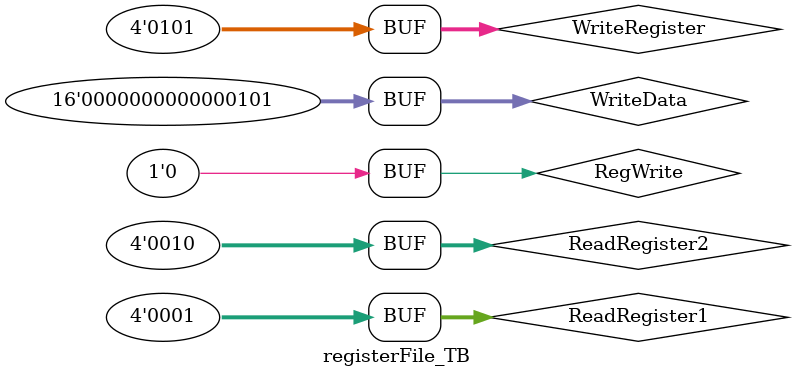
<source format=v>
`timescale 1ns / 1ps


module registerFile_TB;

	// Inputs
	reg [3:0] ReadRegister1;
	reg [3:0] ReadRegister2;
	reg [3:0] WriteRegister;
	reg [15:0] WriteData;
	reg RegWrite;

	// Outputs
	wire [15:0] ReadData1;
	wire [15:0] ReadData2;

	// Instantiate the Unit Under Test (UUT)
	registerFile uut (
		.ReadRegister1(ReadRegister1), 
		.ReadRegister2(ReadRegister2), 
		.WriteRegister(WriteRegister), 
		.WriteData(WriteData), 
		.RegWrite(RegWrite), 
		.ReadData1(ReadData1), 
		.ReadData2(ReadData2)
	);

	initial begin
		// Initialize Inputs
		ReadRegister1 = 0;
		ReadRegister2 = 0;
		WriteRegister = 0;
		WriteData = 0;
		RegWrite = 0;

		// Wait 100 ns for global reset to finish
		#100;
		
		ReadRegister1 = 1;
		ReadRegister2 = 1;
		WriteRegister = 1;
		WriteData = 15;
		RegWrite = 1;
		
		#20;
		
		ReadRegister1 = 1;
		ReadRegister2 = 2;
		WriteRegister = 2;
		WriteData = 5;
		RegWrite = 1;
		
		#20;
		
		ReadRegister1 = 1;
		ReadRegister2 = 2;
		WriteRegister = 5;
		WriteData = 5;
		RegWrite = 0;
        
		// Add stimulus here

	end
      
endmodule


</source>
